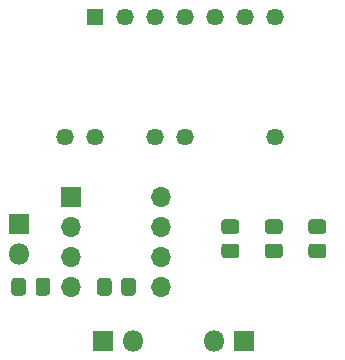
<source format=gbr>
%TF.GenerationSoftware,KiCad,Pcbnew,(5.1.6)-1*%
%TF.CreationDate,2021-07-08T13:54:37-04:00*%
%TF.ProjectId,Turbo-Display-V3-Simple,54757262-6f2d-4446-9973-706c61792d56,rev?*%
%TF.SameCoordinates,Original*%
%TF.FileFunction,Soldermask,Bot*%
%TF.FilePolarity,Negative*%
%FSLAX46Y46*%
G04 Gerber Fmt 4.6, Leading zero omitted, Abs format (unit mm)*
G04 Created by KiCad (PCBNEW (5.1.6)-1) date 2021-07-08 13:54:38*
%MOMM*%
%LPD*%
G01*
G04 APERTURE LIST*
%ADD10R,1.465000X1.465000*%
%ADD11C,1.465000*%
%ADD12R,1.800000X1.800000*%
%ADD13O,1.800000X1.800000*%
%ADD14R,1.700000X1.700000*%
%ADD15O,1.700000X1.700000*%
G04 APERTURE END LIST*
%TO.C,C1*%
G36*
G01*
X122429000Y-101443262D02*
X122429000Y-100486738D01*
G75*
G02*
X122700738Y-100215000I271738J0D01*
G01*
X123407262Y-100215000D01*
G75*
G02*
X123679000Y-100486738I0J-271738D01*
G01*
X123679000Y-101443262D01*
G75*
G02*
X123407262Y-101715000I-271738J0D01*
G01*
X122700738Y-101715000D01*
G75*
G02*
X122429000Y-101443262I0J271738D01*
G01*
G37*
G36*
G01*
X124479000Y-101443262D02*
X124479000Y-100486738D01*
G75*
G02*
X124750738Y-100215000I271738J0D01*
G01*
X125457262Y-100215000D01*
G75*
G02*
X125729000Y-100486738I0J-271738D01*
G01*
X125729000Y-101443262D01*
G75*
G02*
X125457262Y-101715000I-271738J0D01*
G01*
X124750738Y-101715000D01*
G75*
G02*
X124479000Y-101443262I0J271738D01*
G01*
G37*
%TD*%
%TO.C,C2*%
G36*
G01*
X144174738Y-97301000D02*
X145131262Y-97301000D01*
G75*
G02*
X145403000Y-97572738I0J-271738D01*
G01*
X145403000Y-98279262D01*
G75*
G02*
X145131262Y-98551000I-271738J0D01*
G01*
X144174738Y-98551000D01*
G75*
G02*
X143903000Y-98279262I0J271738D01*
G01*
X143903000Y-97572738D01*
G75*
G02*
X144174738Y-97301000I271738J0D01*
G01*
G37*
G36*
G01*
X144174738Y-95251000D02*
X145131262Y-95251000D01*
G75*
G02*
X145403000Y-95522738I0J-271738D01*
G01*
X145403000Y-96229262D01*
G75*
G02*
X145131262Y-96501000I-271738J0D01*
G01*
X144174738Y-96501000D01*
G75*
G02*
X143903000Y-96229262I0J271738D01*
G01*
X143903000Y-95522738D01*
G75*
G02*
X144174738Y-95251000I271738J0D01*
G01*
G37*
%TD*%
D10*
%TO.C,DS1*%
X129540000Y-78105000D03*
D11*
X132080000Y-78105000D03*
X134620000Y-78105000D03*
X137160000Y-78105000D03*
X139700000Y-78105000D03*
X142240000Y-78105000D03*
X144780000Y-78105000D03*
X144780000Y-88265000D03*
X137160000Y-88265000D03*
X134620000Y-88265000D03*
X129540000Y-88265000D03*
X127000000Y-88265000D03*
%TD*%
D12*
%TO.C,5V*%
X123063000Y-95631000D03*
D13*
X123063000Y-98171000D03*
%TD*%
D12*
%TO.C,IN*%
X130175000Y-105537000D03*
D13*
X132715000Y-105537000D03*
%TD*%
%TO.C,OUT*%
X139573000Y-105537000D03*
D12*
X142113000Y-105537000D03*
%TD*%
%TO.C,R1*%
G36*
G01*
X147857738Y-95251000D02*
X148814262Y-95251000D01*
G75*
G02*
X149086000Y-95522738I0J-271738D01*
G01*
X149086000Y-96229262D01*
G75*
G02*
X148814262Y-96501000I-271738J0D01*
G01*
X147857738Y-96501000D01*
G75*
G02*
X147586000Y-96229262I0J271738D01*
G01*
X147586000Y-95522738D01*
G75*
G02*
X147857738Y-95251000I271738J0D01*
G01*
G37*
G36*
G01*
X147857738Y-97301000D02*
X148814262Y-97301000D01*
G75*
G02*
X149086000Y-97572738I0J-271738D01*
G01*
X149086000Y-98279262D01*
G75*
G02*
X148814262Y-98551000I-271738J0D01*
G01*
X147857738Y-98551000D01*
G75*
G02*
X147586000Y-98279262I0J271738D01*
G01*
X147586000Y-97572738D01*
G75*
G02*
X147857738Y-97301000I271738J0D01*
G01*
G37*
%TD*%
%TO.C,R2*%
G36*
G01*
X130918000Y-100486738D02*
X130918000Y-101443262D01*
G75*
G02*
X130646262Y-101715000I-271738J0D01*
G01*
X129939738Y-101715000D01*
G75*
G02*
X129668000Y-101443262I0J271738D01*
G01*
X129668000Y-100486738D01*
G75*
G02*
X129939738Y-100215000I271738J0D01*
G01*
X130646262Y-100215000D01*
G75*
G02*
X130918000Y-100486738I0J-271738D01*
G01*
G37*
G36*
G01*
X132968000Y-100486738D02*
X132968000Y-101443262D01*
G75*
G02*
X132696262Y-101715000I-271738J0D01*
G01*
X131989738Y-101715000D01*
G75*
G02*
X131718000Y-101443262I0J271738D01*
G01*
X131718000Y-100486738D01*
G75*
G02*
X131989738Y-100215000I271738J0D01*
G01*
X132696262Y-100215000D01*
G75*
G02*
X132968000Y-100486738I0J-271738D01*
G01*
G37*
%TD*%
%TO.C,R3*%
G36*
G01*
X141448262Y-98551000D02*
X140491738Y-98551000D01*
G75*
G02*
X140220000Y-98279262I0J271738D01*
G01*
X140220000Y-97572738D01*
G75*
G02*
X140491738Y-97301000I271738J0D01*
G01*
X141448262Y-97301000D01*
G75*
G02*
X141720000Y-97572738I0J-271738D01*
G01*
X141720000Y-98279262D01*
G75*
G02*
X141448262Y-98551000I-271738J0D01*
G01*
G37*
G36*
G01*
X141448262Y-96501000D02*
X140491738Y-96501000D01*
G75*
G02*
X140220000Y-96229262I0J271738D01*
G01*
X140220000Y-95522738D01*
G75*
G02*
X140491738Y-95251000I271738J0D01*
G01*
X141448262Y-95251000D01*
G75*
G02*
X141720000Y-95522738I0J-271738D01*
G01*
X141720000Y-96229262D01*
G75*
G02*
X141448262Y-96501000I-271738J0D01*
G01*
G37*
%TD*%
D14*
%TO.C,U1*%
X127508000Y-93345000D03*
D15*
X135128000Y-100965000D03*
X127508000Y-95885000D03*
X135128000Y-98425000D03*
X127508000Y-98425000D03*
X135128000Y-95885000D03*
X127508000Y-100965000D03*
X135128000Y-93345000D03*
%TD*%
M02*

</source>
